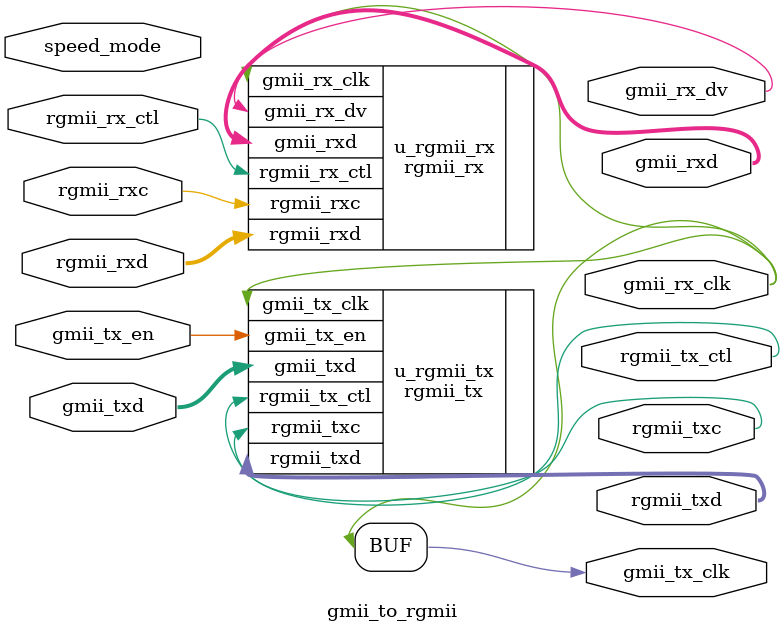
<source format=v>

module gmii_to_rgmii(
    //ÒÔÌ«ÍøGMII½Ó¿Ú    
    output             gmii_rx_clk , //GMII½ÓÊÕÊ±ÖÓ
    output             gmii_rx_dv  , //GMII½ÓÊÕÊý¾ÝÓÐÐ§ÐÅºÅ
    output      [7:0]  gmii_rxd    , //GMII½ÓÊÕÊý¾Ý
    output             gmii_tx_clk , //GMII·¢ËÍÊ±ÖÓ    
    input              gmii_tx_en  , //GMII·¢ËÍÊý¾ÝÊ¹ÄÜÐÅºÅ
    input       [7:0]  gmii_txd    , //GMII·¢ËÍÊý¾Ý            
    //ÒÔÌ«ÍøRGMII½Ó¿Ú   
    input              rgmii_rxc   , //RGMII½ÓÊÕÊ±ÖÓ
    input              rgmii_rx_ctl, //RGMII½ÓÊÕÊý¾Ý¿ØÖÆÐÅºÅ
    input       [3:0]  rgmii_rxd   , //RGMII½ÓÊÕÊý¾Ý
    output             rgmii_txc   , //RGMII·¢ËÍÊ±ÖÓ    
    output             rgmii_tx_ctl, //RGMII·¢ËÍÊý¾Ý¿ØÖÆÐÅºÅ
    output      [3:0]  rgmii_txd   , //RGMII·¢ËÍÊý¾Ý
    input       [1:0]  speed_mode    //ËÙÂÊÄ£Ê½£º11-1000M£¬10-100M£¬01-10M
    );

// wire define
// wire    gmii_rx_er  ; //GMII½ÓÊÕ´íÎóÐÅºÅ
// wire    gmii_tx_er  ; //GMII·¢ËÍ´íÎóÐÅºÅ   
 
assign gmii_tx_clk = gmii_rx_clk;
// ¸ù¾ÝËÙÂÊÄ£Ê½ÉèÖÃ´íÎóÐÅºÅ
// assign gmii_tx_er = (speed_mode == 2'b11) ? 1'b1 : 1'b0;
// assign gmii_rx_er = (speed_mode == 2'b11) ? 1'b1 : 1'b0;

//RGMII½ÓÊÕ
rgmii_rx u_rgmii_rx(
    .gmii_rx_clk   (gmii_rx_clk ),
    .rgmii_rxc     (rgmii_rxc   ),
    .rgmii_rx_ctl  (rgmii_rx_ctl),
    .rgmii_rxd     (rgmii_rxd   ),
    // .gmii_rx_er    (gmii_rx_er  ),
    .gmii_rx_dv    (gmii_rx_dv ),
    .gmii_rxd      (gmii_rxd   )
    );

//RGMII·¢ËÍ
rgmii_tx u_rgmii_tx(
    .gmii_tx_clk   (gmii_tx_clk ),
    .gmii_tx_en    (gmii_tx_en  ),
    .gmii_txd      (gmii_txd    ),
    // .gmii_tx_er    (gmii_tx_er  ),
              
    .rgmii_txc     (rgmii_txc   ),
    .rgmii_tx_ctl  (rgmii_tx_ctl),
    .rgmii_txd     (rgmii_txd   )
    );

endmodule
</source>
